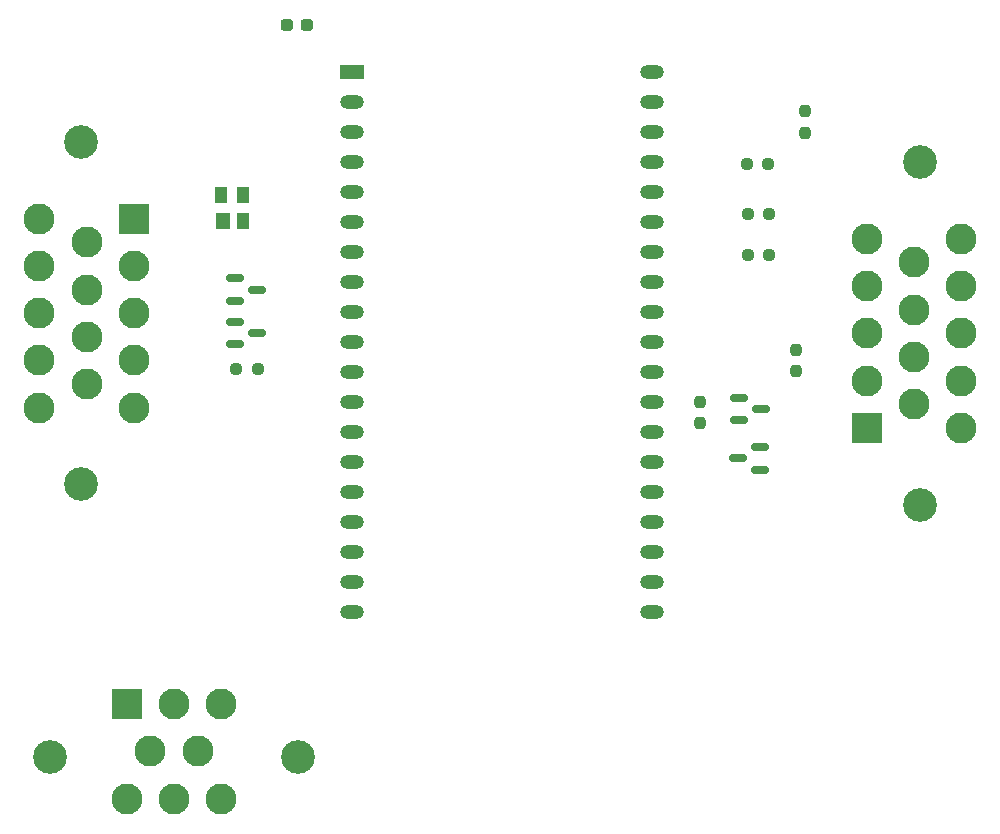
<source format=gbr>
%TF.GenerationSoftware,KiCad,Pcbnew,(6.0.1)*%
%TF.CreationDate,2022-11-29T11:46:24-05:00*%
%TF.ProjectId,Front Board,46726f6e-7420-4426-9f61-72642e6b6963,rev?*%
%TF.SameCoordinates,Original*%
%TF.FileFunction,Soldermask,Top*%
%TF.FilePolarity,Negative*%
%FSLAX46Y46*%
G04 Gerber Fmt 4.6, Leading zero omitted, Abs format (unit mm)*
G04 Created by KiCad (PCBNEW (6.0.1)) date 2022-11-29 11:46:24*
%MOMM*%
%LPD*%
G01*
G04 APERTURE LIST*
G04 Aperture macros list*
%AMRoundRect*
0 Rectangle with rounded corners*
0 $1 Rounding radius*
0 $2 $3 $4 $5 $6 $7 $8 $9 X,Y pos of 4 corners*
0 Add a 4 corners polygon primitive as box body*
4,1,4,$2,$3,$4,$5,$6,$7,$8,$9,$2,$3,0*
0 Add four circle primitives for the rounded corners*
1,1,$1+$1,$2,$3*
1,1,$1+$1,$4,$5*
1,1,$1+$1,$6,$7*
1,1,$1+$1,$8,$9*
0 Add four rect primitives between the rounded corners*
20,1,$1+$1,$2,$3,$4,$5,0*
20,1,$1+$1,$4,$5,$6,$7,0*
20,1,$1+$1,$6,$7,$8,$9,0*
20,1,$1+$1,$8,$9,$2,$3,0*%
G04 Aperture macros list end*
%ADD10R,2.000000X1.200000*%
%ADD11O,2.000000X1.200000*%
%ADD12RoundRect,0.150000X-0.587500X-0.150000X0.587500X-0.150000X0.587500X0.150000X-0.587500X0.150000X0*%
%ADD13RoundRect,0.237500X-0.250000X-0.237500X0.250000X-0.237500X0.250000X0.237500X-0.250000X0.237500X0*%
%ADD14RoundRect,0.237500X-0.237500X0.250000X-0.237500X-0.250000X0.237500X-0.250000X0.237500X0.250000X0*%
%ADD15RoundRect,0.237500X0.287500X0.237500X-0.287500X0.237500X-0.287500X-0.237500X0.287500X-0.237500X0*%
%ADD16RoundRect,0.237500X0.237500X-0.250000X0.237500X0.250000X-0.237500X0.250000X-0.237500X-0.250000X0*%
%ADD17C,2.850000*%
%ADD18R,2.625000X2.625000*%
%ADD19C,2.625000*%
%ADD20RoundRect,0.237500X0.250000X0.237500X-0.250000X0.237500X-0.250000X-0.237500X0.250000X-0.237500X0*%
%ADD21R,1.200000X1.400000*%
%ADD22R,1.000000X1.400000*%
%ADD23RoundRect,0.150000X0.587500X0.150000X-0.587500X0.150000X-0.587500X-0.150000X0.587500X-0.150000X0*%
G04 APERTURE END LIST*
D10*
%TO.C,U3*%
X137600000Y-68130000D03*
D11*
X137600000Y-70670000D03*
X137600000Y-73210000D03*
X137600000Y-75750000D03*
X137600000Y-78290000D03*
X137600000Y-80830000D03*
X137600000Y-83370000D03*
X137600000Y-85910000D03*
X137600000Y-88450000D03*
X137600000Y-90990000D03*
X137600000Y-93530000D03*
X137600000Y-96070000D03*
X137600000Y-98610000D03*
X137600000Y-101150000D03*
X137600000Y-103690000D03*
X137600000Y-106230000D03*
X137600000Y-108770000D03*
X137600000Y-111310000D03*
X137600000Y-113850000D03*
X162996320Y-113847280D03*
X162996320Y-111307280D03*
X163000000Y-108770000D03*
X163000000Y-106230000D03*
X163000000Y-103690000D03*
X163000000Y-101150000D03*
X163000000Y-98610000D03*
X163000000Y-96070000D03*
X163000000Y-93530000D03*
X163000000Y-90990000D03*
X163000000Y-88450000D03*
X163000000Y-85910000D03*
X163000000Y-83370000D03*
X163000000Y-80830000D03*
X163000000Y-78290000D03*
X163000000Y-75750000D03*
X163000000Y-73210000D03*
X163000000Y-70670000D03*
X163000000Y-68130000D03*
%TD*%
D12*
%TO.C,Q1*%
X170362500Y-95680000D03*
X170362500Y-97580000D03*
X172237500Y-96630000D03*
%TD*%
D13*
%TO.C,R6*%
X171075000Y-83630000D03*
X172900000Y-83630000D03*
%TD*%
D14*
%TO.C,R8*%
X175900000Y-71417500D03*
X175900000Y-73242500D03*
%TD*%
D15*
%TO.C,D2*%
X133800000Y-64130000D03*
X132050000Y-64130000D03*
%TD*%
D12*
%TO.C,D4*%
X127662500Y-85580000D03*
X127662500Y-87480000D03*
X129537500Y-86530000D03*
%TD*%
D16*
%TO.C,R7*%
X175200000Y-93442500D03*
X175200000Y-91617500D03*
%TD*%
D17*
%TO.C,J3*%
X133000000Y-126130000D03*
X112000000Y-126130000D03*
D18*
X118500000Y-121630000D03*
D19*
X122500000Y-121630000D03*
X126500000Y-121630000D03*
X120500000Y-125630000D03*
X124500000Y-125630000D03*
X118500000Y-129630000D03*
X122500000Y-129630000D03*
X126500000Y-129630000D03*
%TD*%
D20*
%TO.C,R9*%
X129600000Y-93230000D03*
X127775000Y-93230000D03*
%TD*%
%TO.C,R5*%
X172912500Y-80130000D03*
X171087500Y-80130000D03*
%TD*%
D14*
%TO.C,R3*%
X167000000Y-96017500D03*
X167000000Y-97842500D03*
%TD*%
D21*
%TO.C,D3*%
X126630000Y-80730000D03*
D22*
X128350000Y-80730000D03*
X128350000Y-78530000D03*
X126450000Y-78530000D03*
%TD*%
D13*
%TO.C,R4*%
X170975000Y-75930000D03*
X172800000Y-75930000D03*
%TD*%
D17*
%TO.C,J1*%
X114600000Y-103030000D03*
X114600000Y-74030000D03*
D18*
X119100000Y-80530000D03*
D19*
X119100000Y-84530000D03*
X119100000Y-88530000D03*
X119100000Y-92530000D03*
X119100000Y-96530000D03*
X115100000Y-82530000D03*
X115100000Y-86530000D03*
X115100000Y-90530000D03*
X115100000Y-94530000D03*
X111100000Y-80530000D03*
X111100000Y-84530000D03*
X111100000Y-88530000D03*
X111100000Y-92530000D03*
X111100000Y-96530000D03*
%TD*%
D12*
%TO.C,D5*%
X127662500Y-89280000D03*
X127662500Y-91180000D03*
X129537500Y-90230000D03*
%TD*%
D17*
%TO.C,J2*%
X185637500Y-104730000D03*
X185637500Y-75730000D03*
D18*
X181137500Y-98230000D03*
D19*
X181137500Y-94230000D03*
X181137500Y-90230000D03*
X181137500Y-86230000D03*
X181137500Y-82230000D03*
X185137500Y-96230000D03*
X185137500Y-92230000D03*
X185137500Y-88230000D03*
X185137500Y-84230000D03*
X189137500Y-98230000D03*
X189137500Y-94230000D03*
X189137500Y-90230000D03*
X189137500Y-86230000D03*
X189137500Y-82230000D03*
%TD*%
D23*
%TO.C,D6*%
X172137500Y-101780000D03*
X172137500Y-99880000D03*
X170262500Y-100830000D03*
%TD*%
M02*

</source>
